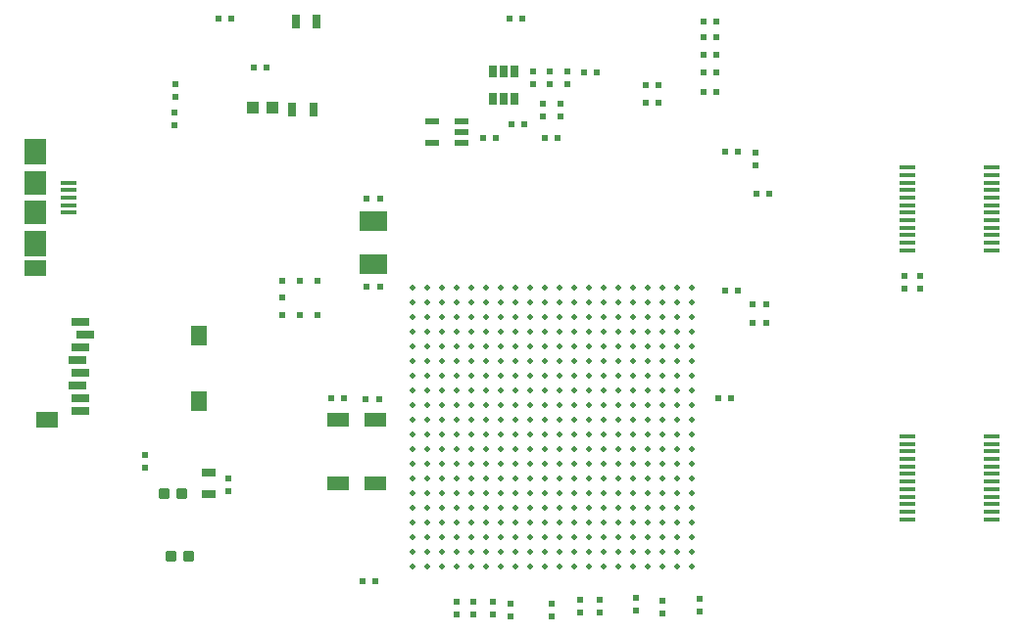
<source format=gbp>
G75*
%MOIN*%
%OFA0B0*%
%FSLAX25Y25*%
%IPPOS*%
%LPD*%
%AMOC8*
5,1,8,0,0,1.08239X$1,22.5*
%
%ADD10R,0.02362X0.01969*%
%ADD11R,0.01969X0.02362*%
%ADD12R,0.02400X0.02000*%
%ADD13R,0.03150X0.04724*%
%ADD14R,0.02000X0.02400*%
%ADD15R,0.04724X0.03150*%
%ADD16R,0.05500X0.01370*%
%ADD17C,0.00875*%
%ADD18R,0.02800X0.03900*%
%ADD19R,0.04331X0.03937*%
%ADD20C,0.01969*%
%ADD21R,0.05000X0.02200*%
%ADD22R,0.07480X0.05118*%
%ADD23R,0.09449X0.07087*%
%ADD24R,0.05512X0.01575*%
%ADD25R,0.07480X0.07874*%
%ADD26R,0.07480X0.08661*%
%ADD27R,0.05512X0.07087*%
%ADD28R,0.07480X0.05512*%
%ADD29R,0.05906X0.03150*%
D10*
X0114361Y0120159D03*
X0120267Y0120159D03*
X0126172Y0120159D03*
X0126172Y0131576D03*
X0120267Y0131576D03*
X0114361Y0131576D03*
D11*
X0114361Y0125868D03*
D12*
X0143067Y0129668D03*
X0147467Y0129668D03*
X0147467Y0159668D03*
X0143067Y0159668D03*
X0182667Y0180368D03*
X0187067Y0180368D03*
X0192267Y0185168D03*
X0196667Y0185168D03*
X0203667Y0180368D03*
X0208067Y0180368D03*
X0237867Y0192368D03*
X0242267Y0192368D03*
X0242267Y0198368D03*
X0237867Y0198368D03*
X0221267Y0202568D03*
X0216867Y0202568D03*
X0196067Y0221168D03*
X0191667Y0221168D03*
X0257667Y0219968D03*
X0262067Y0219968D03*
X0262067Y0214568D03*
X0257667Y0214568D03*
X0257667Y0208568D03*
X0262067Y0208568D03*
X0262067Y0202568D03*
X0257667Y0202568D03*
X0257667Y0195968D03*
X0262067Y0195968D03*
X0264867Y0175818D03*
X0269267Y0175818D03*
X0275617Y0161418D03*
X0280017Y0161418D03*
X0269317Y0128218D03*
X0264917Y0128218D03*
X0274417Y0123818D03*
X0278817Y0123818D03*
X0278817Y0117368D03*
X0274417Y0117368D03*
X0266967Y0091518D03*
X0262567Y0091518D03*
X0147117Y0091368D03*
X0142717Y0091368D03*
X0135217Y0091668D03*
X0130817Y0091668D03*
X0141567Y0029468D03*
X0145967Y0029468D03*
X0109067Y0204368D03*
X0104667Y0204368D03*
X0097067Y0221168D03*
X0092667Y0221168D03*
D13*
X0118923Y0219968D03*
X0126010Y0219968D03*
X0124810Y0189968D03*
X0117723Y0189968D03*
D14*
X0078067Y0194368D03*
X0078067Y0198768D03*
X0077467Y0189168D03*
X0077467Y0184768D03*
X0199767Y0198568D03*
X0199767Y0202968D03*
X0205267Y0202968D03*
X0205267Y0198568D03*
X0211267Y0198568D03*
X0211267Y0202968D03*
X0208867Y0192168D03*
X0208867Y0187768D03*
X0202867Y0187768D03*
X0202867Y0192168D03*
X0275317Y0175318D03*
X0275317Y0170918D03*
X0325867Y0133368D03*
X0325867Y0128968D03*
X0331267Y0128968D03*
X0331267Y0133368D03*
X0256367Y0023418D03*
X0256367Y0019018D03*
X0243467Y0018268D03*
X0243467Y0022668D03*
X0234667Y0023718D03*
X0234667Y0019318D03*
X0222117Y0018718D03*
X0222117Y0023118D03*
X0215517Y0023118D03*
X0215517Y0018718D03*
X0206067Y0017368D03*
X0206067Y0021768D03*
X0192067Y0021768D03*
X0185967Y0022368D03*
X0185967Y0017968D03*
X0192067Y0017368D03*
X0179367Y0017968D03*
X0179367Y0022368D03*
X0173667Y0022368D03*
X0173667Y0017968D03*
X0095917Y0060018D03*
X0095917Y0064418D03*
X0067667Y0067868D03*
X0067667Y0072268D03*
D15*
X0089317Y0066211D03*
X0089317Y0059124D03*
D16*
X0326973Y0058170D03*
X0326973Y0060729D03*
X0326973Y0063288D03*
X0326973Y0065847D03*
X0326973Y0068406D03*
X0326973Y0070965D03*
X0326973Y0073524D03*
X0326973Y0076083D03*
X0326973Y0078643D03*
X0355760Y0078643D03*
X0355760Y0076083D03*
X0355760Y0073524D03*
X0355760Y0070965D03*
X0355760Y0068406D03*
X0355760Y0065847D03*
X0355760Y0063288D03*
X0355760Y0060729D03*
X0355760Y0058170D03*
X0355760Y0055611D03*
X0355760Y0053052D03*
X0355760Y0050493D03*
X0326973Y0050493D03*
X0326973Y0053052D03*
X0326973Y0055611D03*
X0326923Y0142093D03*
X0326923Y0144652D03*
X0326923Y0147211D03*
X0326923Y0149770D03*
X0326923Y0152329D03*
X0326923Y0154888D03*
X0326923Y0157447D03*
X0326923Y0160006D03*
X0326923Y0162565D03*
X0326923Y0165124D03*
X0326923Y0167683D03*
X0326923Y0170243D03*
X0355710Y0170243D03*
X0355710Y0167683D03*
X0355710Y0165124D03*
X0355710Y0162565D03*
X0355710Y0160006D03*
X0355710Y0157447D03*
X0355710Y0154888D03*
X0355710Y0152329D03*
X0355710Y0149770D03*
X0355710Y0147211D03*
X0355710Y0144652D03*
X0355710Y0142093D03*
D17*
X0077730Y0039281D02*
X0075104Y0039281D01*
X0077730Y0039281D02*
X0077730Y0036655D01*
X0075104Y0036655D01*
X0075104Y0039281D01*
X0075104Y0037529D02*
X0077730Y0037529D01*
X0077730Y0038403D02*
X0075104Y0038403D01*
X0075104Y0039277D02*
X0077730Y0039277D01*
X0081104Y0039281D02*
X0083730Y0039281D01*
X0083730Y0036655D01*
X0081104Y0036655D01*
X0081104Y0039281D01*
X0081104Y0037529D02*
X0083730Y0037529D01*
X0083730Y0038403D02*
X0081104Y0038403D01*
X0081104Y0039277D02*
X0083730Y0039277D01*
X0081330Y0060781D02*
X0078704Y0060781D01*
X0081330Y0060781D02*
X0081330Y0058155D01*
X0078704Y0058155D01*
X0078704Y0060781D01*
X0078704Y0059029D02*
X0081330Y0059029D01*
X0081330Y0059903D02*
X0078704Y0059903D01*
X0078704Y0060777D02*
X0081330Y0060777D01*
X0075330Y0060781D02*
X0072704Y0060781D01*
X0075330Y0060781D02*
X0075330Y0058155D01*
X0072704Y0058155D01*
X0072704Y0060781D01*
X0072704Y0059029D02*
X0075330Y0059029D01*
X0075330Y0059903D02*
X0072704Y0059903D01*
X0072704Y0060777D02*
X0075330Y0060777D01*
D18*
X0186017Y0193518D03*
X0189717Y0193518D03*
X0193417Y0193518D03*
X0193417Y0202918D03*
X0189717Y0202918D03*
X0186017Y0202918D03*
D19*
X0110813Y0190568D03*
X0104120Y0190568D03*
D20*
X0158517Y0129268D03*
X0163517Y0129268D03*
X0168517Y0129268D03*
X0173517Y0129268D03*
X0178517Y0129268D03*
X0183517Y0129268D03*
X0188517Y0129268D03*
X0193517Y0129268D03*
X0198517Y0129268D03*
X0203517Y0129268D03*
X0208517Y0129268D03*
X0213517Y0129268D03*
X0218517Y0129268D03*
X0223517Y0129268D03*
X0228517Y0129268D03*
X0233517Y0129268D03*
X0238517Y0129268D03*
X0243517Y0129268D03*
X0248517Y0129268D03*
X0253517Y0129268D03*
X0253517Y0124268D03*
X0248517Y0124268D03*
X0248517Y0119268D03*
X0253517Y0119268D03*
X0253517Y0114268D03*
X0248517Y0114268D03*
X0248517Y0109268D03*
X0253517Y0109268D03*
X0253517Y0104268D03*
X0248517Y0104268D03*
X0248517Y0099268D03*
X0253517Y0099268D03*
X0253517Y0094268D03*
X0248517Y0094268D03*
X0248517Y0089268D03*
X0253517Y0089268D03*
X0253517Y0084268D03*
X0248517Y0084268D03*
X0248517Y0079268D03*
X0253517Y0079268D03*
X0253517Y0074268D03*
X0248517Y0074268D03*
X0248517Y0069268D03*
X0253517Y0069268D03*
X0253517Y0064268D03*
X0248517Y0064268D03*
X0248517Y0059268D03*
X0253517Y0059268D03*
X0253517Y0054268D03*
X0248517Y0054268D03*
X0248517Y0049268D03*
X0253517Y0049268D03*
X0253517Y0044268D03*
X0248517Y0044268D03*
X0243517Y0044268D03*
X0238517Y0044268D03*
X0233517Y0044268D03*
X0233517Y0049268D03*
X0238517Y0049268D03*
X0243517Y0049268D03*
X0243517Y0054268D03*
X0238517Y0054268D03*
X0233517Y0054268D03*
X0233517Y0059268D03*
X0238517Y0059268D03*
X0243517Y0059268D03*
X0243517Y0064268D03*
X0238517Y0064268D03*
X0233517Y0064268D03*
X0233517Y0069268D03*
X0238517Y0069268D03*
X0243517Y0069268D03*
X0243517Y0074268D03*
X0238517Y0074268D03*
X0233517Y0074268D03*
X0228517Y0074268D03*
X0223517Y0074268D03*
X0218517Y0074268D03*
X0218517Y0069268D03*
X0223517Y0069268D03*
X0228517Y0069268D03*
X0228517Y0064268D03*
X0223517Y0064268D03*
X0218517Y0064268D03*
X0218517Y0059268D03*
X0223517Y0059268D03*
X0228517Y0059268D03*
X0228517Y0054268D03*
X0223517Y0054268D03*
X0218517Y0054268D03*
X0218517Y0049268D03*
X0223517Y0049268D03*
X0228517Y0049268D03*
X0228517Y0044268D03*
X0223517Y0044268D03*
X0218517Y0044268D03*
X0213517Y0044268D03*
X0208517Y0044268D03*
X0208517Y0049268D03*
X0213517Y0049268D03*
X0213517Y0054268D03*
X0208517Y0054268D03*
X0208517Y0059268D03*
X0213517Y0059268D03*
X0213517Y0064268D03*
X0208517Y0064268D03*
X0208517Y0069268D03*
X0213517Y0069268D03*
X0213517Y0074268D03*
X0208517Y0074268D03*
X0203517Y0074268D03*
X0198517Y0074268D03*
X0193517Y0074268D03*
X0193517Y0069268D03*
X0198517Y0069268D03*
X0203517Y0069268D03*
X0203517Y0064268D03*
X0198517Y0064268D03*
X0193517Y0064268D03*
X0193517Y0059268D03*
X0198517Y0059268D03*
X0203517Y0059268D03*
X0203517Y0054268D03*
X0198517Y0054268D03*
X0193517Y0054268D03*
X0193517Y0049268D03*
X0198517Y0049268D03*
X0203517Y0049268D03*
X0203517Y0044268D03*
X0198517Y0044268D03*
X0193517Y0044268D03*
X0188517Y0044268D03*
X0183517Y0044268D03*
X0178517Y0044268D03*
X0178517Y0049268D03*
X0183517Y0049268D03*
X0188517Y0049268D03*
X0188517Y0054268D03*
X0183517Y0054268D03*
X0178517Y0054268D03*
X0178517Y0059268D03*
X0183517Y0059268D03*
X0188517Y0059268D03*
X0188517Y0064268D03*
X0183517Y0064268D03*
X0178517Y0064268D03*
X0178517Y0069268D03*
X0183517Y0069268D03*
X0188517Y0069268D03*
X0188517Y0074268D03*
X0183517Y0074268D03*
X0178517Y0074268D03*
X0173517Y0074268D03*
X0168517Y0074268D03*
X0168517Y0069268D03*
X0173517Y0069268D03*
X0173517Y0064268D03*
X0168517Y0064268D03*
X0168517Y0059268D03*
X0173517Y0059268D03*
X0173517Y0054268D03*
X0168517Y0054268D03*
X0168517Y0049268D03*
X0173517Y0049268D03*
X0173517Y0044268D03*
X0168517Y0044268D03*
X0163517Y0044268D03*
X0158517Y0044268D03*
X0158517Y0049268D03*
X0163517Y0049268D03*
X0163517Y0054268D03*
X0158517Y0054268D03*
X0158517Y0059268D03*
X0163517Y0059268D03*
X0163517Y0064268D03*
X0158517Y0064268D03*
X0158517Y0069268D03*
X0163517Y0069268D03*
X0163517Y0074268D03*
X0158517Y0074268D03*
X0158517Y0079268D03*
X0163517Y0079268D03*
X0168517Y0079268D03*
X0173517Y0079268D03*
X0178517Y0079268D03*
X0183517Y0079268D03*
X0188517Y0079268D03*
X0193517Y0079268D03*
X0198517Y0079268D03*
X0203517Y0079268D03*
X0208517Y0079268D03*
X0213517Y0079268D03*
X0218517Y0079268D03*
X0223517Y0079268D03*
X0228517Y0079268D03*
X0233517Y0079268D03*
X0238517Y0079268D03*
X0243517Y0079268D03*
X0243517Y0084268D03*
X0238517Y0084268D03*
X0233517Y0084268D03*
X0233517Y0089268D03*
X0238517Y0089268D03*
X0243517Y0089268D03*
X0243517Y0094268D03*
X0238517Y0094268D03*
X0233517Y0094268D03*
X0233517Y0099268D03*
X0238517Y0099268D03*
X0243517Y0099268D03*
X0243517Y0104268D03*
X0238517Y0104268D03*
X0233517Y0104268D03*
X0228517Y0104268D03*
X0223517Y0104268D03*
X0218517Y0104268D03*
X0218517Y0099268D03*
X0223517Y0099268D03*
X0228517Y0099268D03*
X0228517Y0094268D03*
X0223517Y0094268D03*
X0218517Y0094268D03*
X0218517Y0089268D03*
X0223517Y0089268D03*
X0228517Y0089268D03*
X0228517Y0084268D03*
X0223517Y0084268D03*
X0218517Y0084268D03*
X0213517Y0084268D03*
X0208517Y0084268D03*
X0208517Y0089268D03*
X0213517Y0089268D03*
X0213517Y0094268D03*
X0208517Y0094268D03*
X0208517Y0099268D03*
X0213517Y0099268D03*
X0213517Y0104268D03*
X0208517Y0104268D03*
X0203517Y0104268D03*
X0198517Y0104268D03*
X0193517Y0104268D03*
X0193517Y0099268D03*
X0198517Y0099268D03*
X0203517Y0099268D03*
X0203517Y0094268D03*
X0198517Y0094268D03*
X0193517Y0094268D03*
X0193517Y0089268D03*
X0198517Y0089268D03*
X0203517Y0089268D03*
X0203517Y0084268D03*
X0198517Y0084268D03*
X0193517Y0084268D03*
X0188517Y0084268D03*
X0183517Y0084268D03*
X0178517Y0084268D03*
X0178517Y0089268D03*
X0183517Y0089268D03*
X0188517Y0089268D03*
X0188517Y0094268D03*
X0183517Y0094268D03*
X0178517Y0094268D03*
X0178517Y0099268D03*
X0183517Y0099268D03*
X0188517Y0099268D03*
X0188517Y0104268D03*
X0183517Y0104268D03*
X0178517Y0104268D03*
X0173517Y0104268D03*
X0168517Y0104268D03*
X0168517Y0099268D03*
X0173517Y0099268D03*
X0173517Y0094268D03*
X0168517Y0094268D03*
X0168517Y0089268D03*
X0173517Y0089268D03*
X0173517Y0084268D03*
X0168517Y0084268D03*
X0163517Y0084268D03*
X0158517Y0084268D03*
X0158517Y0089268D03*
X0163517Y0089268D03*
X0163517Y0094268D03*
X0158517Y0094268D03*
X0158517Y0099268D03*
X0163517Y0099268D03*
X0163517Y0104268D03*
X0158517Y0104268D03*
X0158517Y0109268D03*
X0163517Y0109268D03*
X0168517Y0109268D03*
X0173517Y0109268D03*
X0178517Y0109268D03*
X0183517Y0109268D03*
X0188517Y0109268D03*
X0193517Y0109268D03*
X0198517Y0109268D03*
X0203517Y0109268D03*
X0208517Y0109268D03*
X0213517Y0109268D03*
X0218517Y0109268D03*
X0223517Y0109268D03*
X0228517Y0109268D03*
X0233517Y0109268D03*
X0238517Y0109268D03*
X0243517Y0109268D03*
X0243517Y0114268D03*
X0238517Y0114268D03*
X0233517Y0114268D03*
X0233517Y0119268D03*
X0238517Y0119268D03*
X0243517Y0119268D03*
X0243517Y0124268D03*
X0238517Y0124268D03*
X0233517Y0124268D03*
X0228517Y0124268D03*
X0223517Y0124268D03*
X0218517Y0124268D03*
X0218517Y0119268D03*
X0223517Y0119268D03*
X0228517Y0119268D03*
X0228517Y0114268D03*
X0223517Y0114268D03*
X0218517Y0114268D03*
X0213517Y0114268D03*
X0208517Y0114268D03*
X0208517Y0119268D03*
X0213517Y0119268D03*
X0213517Y0124268D03*
X0208517Y0124268D03*
X0203517Y0124268D03*
X0198517Y0124268D03*
X0193517Y0124268D03*
X0193517Y0119268D03*
X0198517Y0119268D03*
X0203517Y0119268D03*
X0203517Y0114268D03*
X0198517Y0114268D03*
X0193517Y0114268D03*
X0188517Y0114268D03*
X0183517Y0114268D03*
X0178517Y0114268D03*
X0178517Y0119268D03*
X0183517Y0119268D03*
X0188517Y0119268D03*
X0188517Y0124268D03*
X0183517Y0124268D03*
X0178517Y0124268D03*
X0173517Y0124268D03*
X0168517Y0124268D03*
X0168517Y0119268D03*
X0173517Y0119268D03*
X0173517Y0114268D03*
X0168517Y0114268D03*
X0163517Y0114268D03*
X0158517Y0114268D03*
X0158517Y0119268D03*
X0163517Y0119268D03*
X0163517Y0124268D03*
X0158517Y0124268D03*
X0158517Y0039268D03*
X0163517Y0039268D03*
X0168517Y0039268D03*
X0173517Y0039268D03*
X0178517Y0039268D03*
X0183517Y0039268D03*
X0188517Y0039268D03*
X0193517Y0039268D03*
X0198517Y0039268D03*
X0203517Y0039268D03*
X0208517Y0039268D03*
X0213517Y0039268D03*
X0218517Y0039268D03*
X0223517Y0039268D03*
X0228517Y0039268D03*
X0233517Y0039268D03*
X0238517Y0039268D03*
X0243517Y0039268D03*
X0248517Y0039268D03*
X0253517Y0039268D03*
X0253517Y0034268D03*
X0248517Y0034268D03*
X0243517Y0034268D03*
X0238517Y0034268D03*
X0233517Y0034268D03*
X0228517Y0034268D03*
X0223517Y0034268D03*
X0218517Y0034268D03*
X0213517Y0034268D03*
X0208517Y0034268D03*
X0203517Y0034268D03*
X0198517Y0034268D03*
X0193517Y0034268D03*
X0188517Y0034268D03*
X0183517Y0034268D03*
X0178517Y0034268D03*
X0173517Y0034268D03*
X0168517Y0034268D03*
X0163517Y0034268D03*
X0158517Y0034268D03*
D21*
X0165117Y0178568D03*
X0175317Y0178568D03*
X0175317Y0182268D03*
X0175317Y0185968D03*
X0165117Y0185968D03*
D22*
X0145967Y0084468D03*
X0133368Y0084468D03*
X0133368Y0062814D03*
X0145967Y0062814D03*
D23*
X0145267Y0137207D03*
X0145267Y0152168D03*
D24*
X0041537Y0154850D03*
X0041537Y0157409D03*
X0041537Y0159968D03*
X0041537Y0162527D03*
X0041537Y0165086D03*
D25*
X0030317Y0164889D03*
X0030317Y0155046D03*
D26*
X0030317Y0144220D03*
X0030317Y0175716D03*
D27*
X0086092Y0113080D03*
X0086092Y0090639D03*
D28*
X0034320Y0084339D03*
X0030383Y0136111D03*
D29*
X0045541Y0117765D03*
X0047115Y0113434D03*
X0045541Y0109103D03*
X0044753Y0104772D03*
X0045541Y0100442D03*
X0044753Y0096111D03*
X0045541Y0091780D03*
X0045541Y0087450D03*
M02*

</source>
